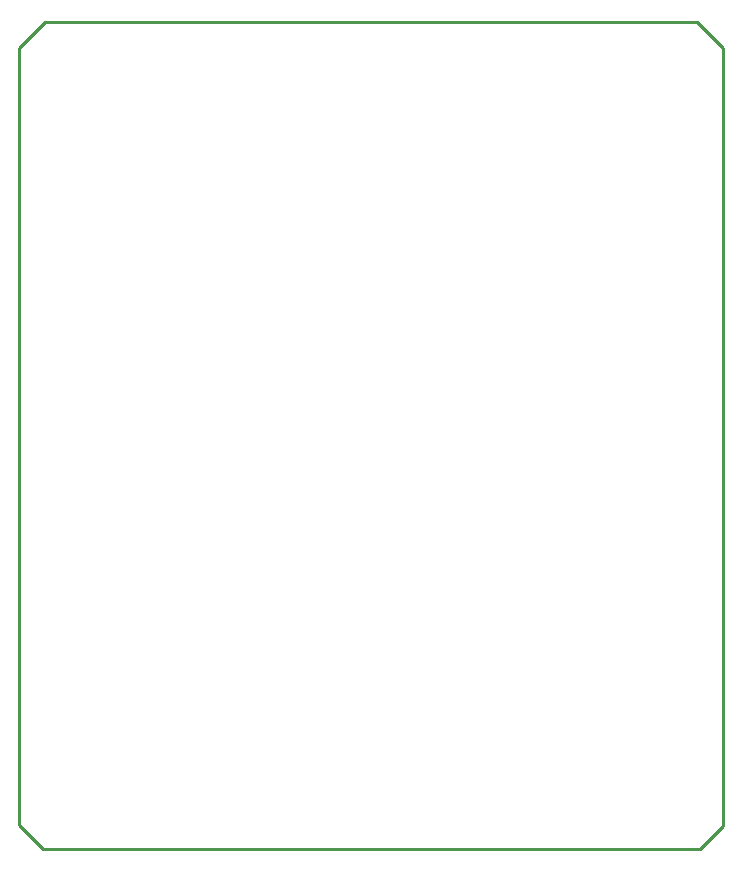
<source format=gko>
G04*
G04 #@! TF.GenerationSoftware,Altium Limited,Altium Designer,21.0.9 (235)*
G04*
G04 Layer_Color=16711935*
%FSLAX25Y25*%
%MOIN*%
G70*
G04*
G04 #@! TF.SameCoordinates,CCBB63D4-E8DD-42B9-A150-1630AA2F812C*
G04*
G04*
G04 #@! TF.FilePolarity,Positive*
G04*
G01*
G75*
%ADD13C,0.01000*%
D13*
X227000Y0D02*
X234500Y7500D01*
X234500Y267000D02*
X234500Y7500D01*
X226000Y275500D02*
X234500Y267000D01*
X8000Y0D02*
X227000D01*
X0Y8000D02*
X8000Y0D01*
X0Y267000D02*
X8500Y275500D01*
X226000D01*
X-0Y267000D02*
X0Y8000D01*
M02*

</source>
